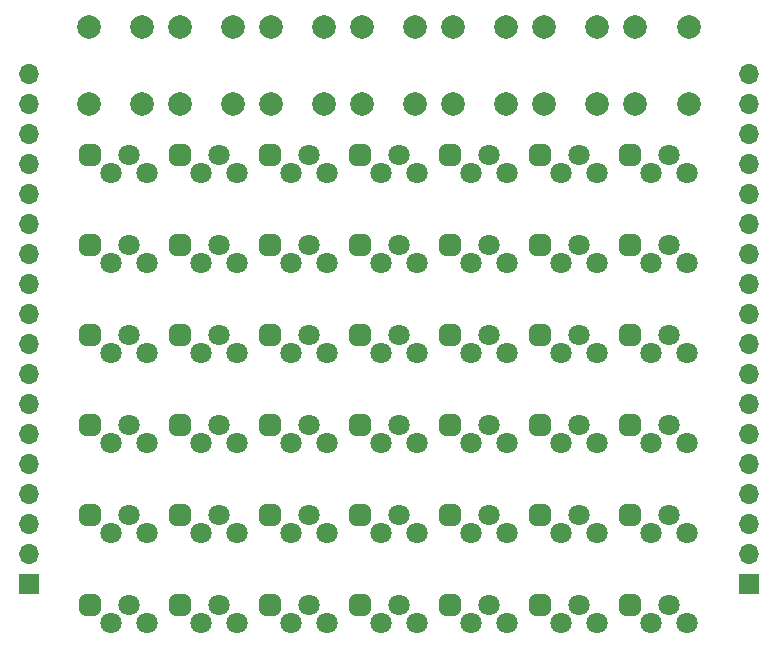
<source format=gbr>
G04 #@! TF.GenerationSoftware,KiCad,Pcbnew,(5.99.0-9618-g5ca7a2c457)*
G04 #@! TF.CreationDate,2021-03-10T22:29:09-05:00*
G04 #@! TF.ProjectId,PCB,5043422e-6b69-4636-9164-5f7063625858,rev?*
G04 #@! TF.SameCoordinates,Original*
G04 #@! TF.FileFunction,Soldermask,Top*
G04 #@! TF.FilePolarity,Negative*
%FSLAX46Y46*%
G04 Gerber Fmt 4.6, Leading zero omitted, Abs format (unit mm)*
G04 Created by KiCad (PCBNEW (5.99.0-9618-g5ca7a2c457)) date 2021-03-10 22:29:09*
%MOMM*%
%LPD*%
G01*
G04 APERTURE LIST*
G04 Aperture macros list*
%AMRoundRect*
0 Rectangle with rounded corners*
0 $1 Rounding radius*
0 $2 $3 $4 $5 $6 $7 $8 $9 X,Y pos of 4 corners*
0 Add a 4 corners polygon primitive as box body*
4,1,4,$2,$3,$4,$5,$6,$7,$8,$9,$2,$3,0*
0 Add four circle primitives for the rounded corners*
1,1,$1+$1,$2,$3*
1,1,$1+$1,$4,$5*
1,1,$1+$1,$6,$7*
1,1,$1+$1,$8,$9*
0 Add four rect primitives between the rounded corners*
20,1,$1+$1,$2,$3,$4,$5,0*
20,1,$1+$1,$4,$5,$6,$7,0*
20,1,$1+$1,$6,$7,$8,$9,0*
20,1,$1+$1,$8,$9,$2,$3,0*%
G04 Aperture macros list end*
%ADD10C,2.000000*%
%ADD11O,1.700000X1.700000*%
%ADD12R,1.700000X1.700000*%
%ADD13RoundRect,0.450000X-0.450000X-0.450000X0.450000X-0.450000X0.450000X0.450000X-0.450000X0.450000X0*%
%ADD14C,1.800000*%
G04 APERTURE END LIST*
D10*
X236800000Y-53190000D03*
X241300000Y-53190000D03*
X236800000Y-59690000D03*
X241300000Y-59690000D03*
X229083330Y-53190000D03*
X233583330Y-53190000D03*
X229083330Y-59690000D03*
X233583330Y-59690000D03*
X221366664Y-53190000D03*
X225866664Y-53190000D03*
X221366664Y-59690000D03*
X225866664Y-59690000D03*
X213649998Y-53190000D03*
X218149998Y-53190000D03*
X213649998Y-59690000D03*
X218149998Y-59690000D03*
X205933332Y-53190000D03*
X210433332Y-53190000D03*
X205933332Y-59690000D03*
X210433332Y-59690000D03*
X198216666Y-53190000D03*
X202716666Y-53190000D03*
X198216666Y-59690000D03*
X202716666Y-59690000D03*
X190500000Y-53190000D03*
X195000000Y-53190000D03*
X190500000Y-59690000D03*
X195000000Y-59690000D03*
D11*
X246380000Y-57150000D03*
X246380000Y-59690000D03*
X246380000Y-62230000D03*
X246380000Y-64770000D03*
X246380000Y-67310000D03*
X246380000Y-69850000D03*
X246380000Y-72390000D03*
X246380000Y-74930000D03*
X246380000Y-77470000D03*
X246380000Y-80010000D03*
X246380000Y-82550000D03*
X246380000Y-85090000D03*
X246380000Y-87630000D03*
X246380000Y-90170000D03*
X246380000Y-92710000D03*
X246380000Y-95250000D03*
X246380000Y-97790000D03*
D12*
X246380000Y-100330000D03*
D11*
X185420000Y-57150000D03*
X185420000Y-59690000D03*
X185420000Y-62230000D03*
X185420000Y-64770000D03*
X185420000Y-67310000D03*
X185420000Y-69850000D03*
X185420000Y-72390000D03*
X185420000Y-74930000D03*
X185420000Y-77470000D03*
X185420000Y-80010000D03*
X185420000Y-82550000D03*
X185420000Y-85090000D03*
X185420000Y-87630000D03*
X185420000Y-90170000D03*
X185420000Y-92710000D03*
X185420000Y-95250000D03*
X185420000Y-97790000D03*
D12*
X185420000Y-100330000D03*
D13*
X205867000Y-102108000D03*
D14*
X207645000Y-103632000D03*
X209169000Y-102108000D03*
X210693000Y-103632000D03*
D13*
X236347000Y-102108000D03*
D14*
X238125000Y-103632000D03*
X239649000Y-102108000D03*
X241173000Y-103632000D03*
D13*
X228727000Y-102108000D03*
D14*
X230505000Y-103632000D03*
X232029000Y-102108000D03*
X233553000Y-103632000D03*
D13*
X221107000Y-102108000D03*
D14*
X222885000Y-103632000D03*
X224409000Y-102108000D03*
X225933000Y-103632000D03*
D13*
X213487000Y-102108000D03*
D14*
X215265000Y-103632000D03*
X216789000Y-102108000D03*
X218313000Y-103632000D03*
D13*
X198247000Y-102108000D03*
D14*
X200025000Y-103632000D03*
X201549000Y-102108000D03*
X203073000Y-103632000D03*
D13*
X190627000Y-102108000D03*
D14*
X192405000Y-103632000D03*
X193929000Y-102108000D03*
X195453000Y-103632000D03*
D13*
X236347000Y-94488000D03*
D14*
X238125000Y-96012000D03*
X239649000Y-94488000D03*
X241173000Y-96012000D03*
D13*
X228727000Y-94488000D03*
D14*
X230505000Y-96012000D03*
X232029000Y-94488000D03*
X233553000Y-96012000D03*
D13*
X221107000Y-94488000D03*
D14*
X222885000Y-96012000D03*
X224409000Y-94488000D03*
X225933000Y-96012000D03*
D13*
X213487000Y-94488000D03*
D14*
X215265000Y-96012000D03*
X216789000Y-94488000D03*
X218313000Y-96012000D03*
D13*
X205867000Y-94488000D03*
D14*
X207645000Y-96012000D03*
X209169000Y-94488000D03*
X210693000Y-96012000D03*
D13*
X198247000Y-94488000D03*
D14*
X200025000Y-96012000D03*
X201549000Y-94488000D03*
X203073000Y-96012000D03*
D13*
X190627000Y-94488000D03*
D14*
X192405000Y-96012000D03*
X193929000Y-94488000D03*
X195453000Y-96012000D03*
D13*
X236347000Y-86868000D03*
D14*
X238125000Y-88392000D03*
X239649000Y-86868000D03*
X241173000Y-88392000D03*
D13*
X228727000Y-86868000D03*
D14*
X230505000Y-88392000D03*
X232029000Y-86868000D03*
X233553000Y-88392000D03*
D13*
X221107000Y-86868000D03*
D14*
X222885000Y-88392000D03*
X224409000Y-86868000D03*
X225933000Y-88392000D03*
D13*
X213487000Y-86868000D03*
D14*
X215265000Y-88392000D03*
X216789000Y-86868000D03*
X218313000Y-88392000D03*
D13*
X205867000Y-86868000D03*
D14*
X207645000Y-88392000D03*
X209169000Y-86868000D03*
X210693000Y-88392000D03*
D13*
X198247000Y-86868000D03*
D14*
X200025000Y-88392000D03*
X201549000Y-86868000D03*
X203073000Y-88392000D03*
D13*
X190627000Y-86868000D03*
D14*
X192405000Y-88392000D03*
X193929000Y-86868000D03*
X195453000Y-88392000D03*
D13*
X236347000Y-79248000D03*
D14*
X238125000Y-80772000D03*
X239649000Y-79248000D03*
X241173000Y-80772000D03*
D13*
X228727000Y-79248000D03*
D14*
X230505000Y-80772000D03*
X232029000Y-79248000D03*
X233553000Y-80772000D03*
D13*
X221107000Y-79248000D03*
D14*
X222885000Y-80772000D03*
X224409000Y-79248000D03*
X225933000Y-80772000D03*
D13*
X213487000Y-79248000D03*
D14*
X215265000Y-80772000D03*
X216789000Y-79248000D03*
X218313000Y-80772000D03*
D13*
X205867000Y-79248000D03*
D14*
X207645000Y-80772000D03*
X209169000Y-79248000D03*
X210693000Y-80772000D03*
D13*
X198247000Y-79248000D03*
D14*
X200025000Y-80772000D03*
X201549000Y-79248000D03*
X203073000Y-80772000D03*
D13*
X190627000Y-79248000D03*
D14*
X192405000Y-80772000D03*
X193929000Y-79248000D03*
X195453000Y-80772000D03*
D13*
X236347000Y-71628000D03*
D14*
X238125000Y-73152000D03*
X239649000Y-71628000D03*
X241173000Y-73152000D03*
D13*
X228727000Y-71628000D03*
D14*
X230505000Y-73152000D03*
X232029000Y-71628000D03*
X233553000Y-73152000D03*
D13*
X221107000Y-71628000D03*
D14*
X222885000Y-73152000D03*
X224409000Y-71628000D03*
X225933000Y-73152000D03*
D13*
X213487000Y-71628000D03*
D14*
X215265000Y-73152000D03*
X216789000Y-71628000D03*
X218313000Y-73152000D03*
D13*
X205867000Y-71628000D03*
D14*
X207645000Y-73152000D03*
X209169000Y-71628000D03*
X210693000Y-73152000D03*
D13*
X198247000Y-71628000D03*
D14*
X200025000Y-73152000D03*
X201549000Y-71628000D03*
X203073000Y-73152000D03*
D13*
X190627000Y-71628000D03*
D14*
X192405000Y-73152000D03*
X193929000Y-71628000D03*
X195453000Y-73152000D03*
D13*
X236347000Y-64008000D03*
D14*
X238125000Y-65532000D03*
X239649000Y-64008000D03*
X241173000Y-65532000D03*
D13*
X228727000Y-64008000D03*
D14*
X230505000Y-65532000D03*
X232029000Y-64008000D03*
X233553000Y-65532000D03*
D13*
X221107000Y-64008000D03*
D14*
X222885000Y-65532000D03*
X224409000Y-64008000D03*
X225933000Y-65532000D03*
D13*
X213487000Y-64008000D03*
D14*
X215265000Y-65532000D03*
X216789000Y-64008000D03*
X218313000Y-65532000D03*
D13*
X205867000Y-64008000D03*
D14*
X207645000Y-65532000D03*
X209169000Y-64008000D03*
X210693000Y-65532000D03*
D13*
X198247000Y-64008000D03*
D14*
X200025000Y-65532000D03*
X201549000Y-64008000D03*
X203073000Y-65532000D03*
D13*
X190627000Y-64008000D03*
D14*
X192405000Y-65532000D03*
X193929000Y-64008000D03*
X195453000Y-65532000D03*
M02*

</source>
